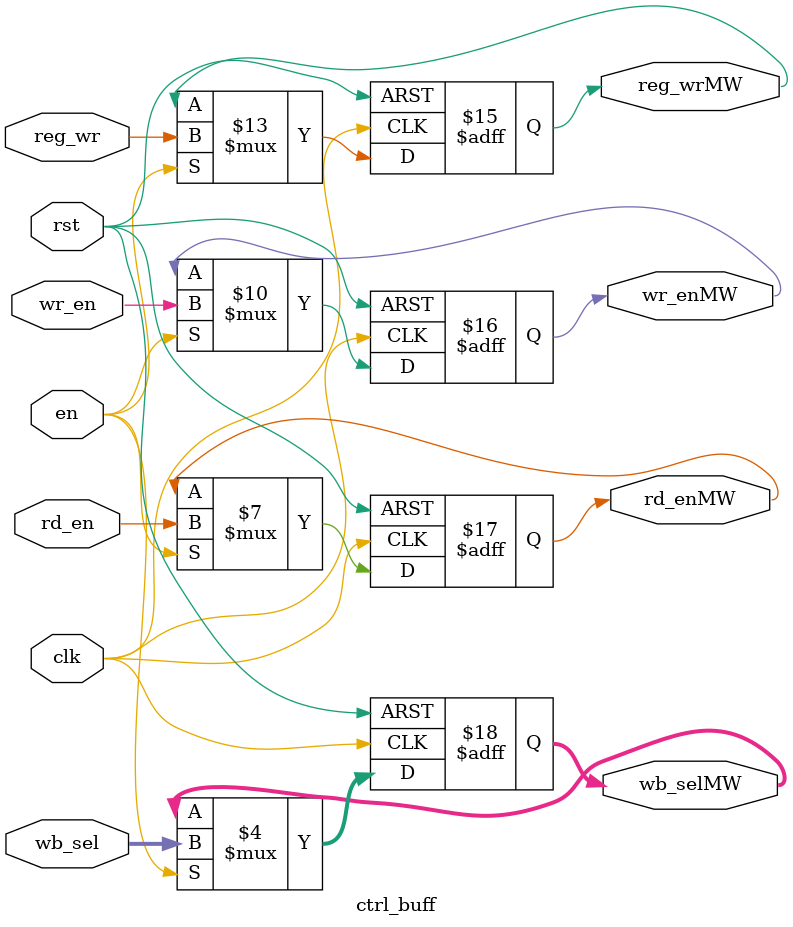
<source format=sv>
module ctrl_buff(
    input logic clk,en,rst,
    input logic reg_wr, wr_en, rd_en, 
    input logic [1:0] wb_sel,
    output logic reg_wrMW, wr_enMW, rd_enMW, 
    output logic [1:0] wb_selMW
);
    always_ff @( posedge clk or negedge rst ) begin 
        if (!rst) begin
            reg_wrMW <= 0;
            wr_enMW  <= 0;
            rd_enMW  <= 0;
            wb_selMW <= 0;
        end

        else if (en) begin
            reg_wrMW <= reg_wr;
            wr_enMW  <= wr_en;
            rd_enMW  <= rd_en;
            wb_selMW <= wb_sel;
        end
        else begin
            reg_wrMW <= reg_wrMW;
            wr_enMW  <= wr_enMW ;
            rd_enMW  <= rd_enMW ;
            wb_selMW <= wb_selMW;
        end
    end
    
endmodule
</source>
